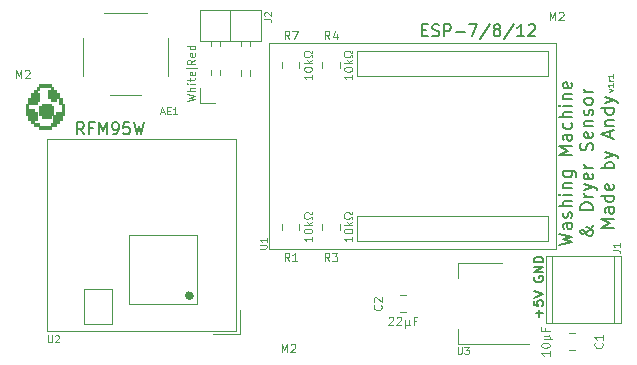
<source format=gto>
G04 #@! TF.GenerationSoftware,KiCad,Pcbnew,(6.0.2)*
G04 #@! TF.CreationDate,2022-09-28T01:28:21+02:00*
G04 #@! TF.ProjectId,Washing-Machine-Sensor,57617368-696e-4672-9d4d-616368696e65,rev?*
G04 #@! TF.SameCoordinates,Original*
G04 #@! TF.FileFunction,Legend,Top*
G04 #@! TF.FilePolarity,Positive*
%FSLAX46Y46*%
G04 Gerber Fmt 4.6, Leading zero omitted, Abs format (unit mm)*
G04 Created by KiCad (PCBNEW (6.0.2)) date 2022-09-28 01:28:21*
%MOMM*%
%LPD*%
G01*
G04 APERTURE LIST*
%ADD10C,0.120000*%
%ADD11C,0.100000*%
%ADD12C,0.360000*%
%ADD13C,0.150000*%
%ADD14C,0.200000*%
%ADD15C,0.010000*%
G04 APERTURE END LIST*
D10*
X161800000Y-109300000D02*
X167600000Y-109300000D01*
X167600000Y-109300000D02*
X167600000Y-115100000D01*
X167600000Y-115100000D02*
X161800000Y-115100000D01*
X161800000Y-115100000D02*
X161800000Y-109300000D01*
X158000000Y-113900000D02*
X160400000Y-113900000D01*
X160400000Y-113900000D02*
X160400000Y-116800000D01*
X160400000Y-116800000D02*
X158000000Y-116800000D01*
X158000000Y-116800000D02*
X158000000Y-113900000D01*
D11*
X167204628Y-114400000D02*
X167186257Y-114295811D01*
X167186257Y-114295811D02*
X167133359Y-114204189D01*
X167133359Y-114204189D02*
X167052314Y-114136184D01*
X167052314Y-114136184D02*
X166952898Y-114100000D01*
X166952898Y-114100000D02*
X166847102Y-114100000D01*
X166847102Y-114100000D02*
X166747686Y-114136184D01*
X166747686Y-114136184D02*
X166666641Y-114204189D01*
X166666641Y-114204189D02*
X166613743Y-114295811D01*
X166613743Y-114295811D02*
X166595372Y-114400000D01*
X166595372Y-114400000D02*
X166613743Y-114504189D01*
X166613743Y-114504189D02*
X166666641Y-114595811D01*
X166666641Y-114595811D02*
X166747686Y-114663816D01*
X166747686Y-114663816D02*
X166847102Y-114700000D01*
X166847102Y-114700000D02*
X166952898Y-114700000D01*
X166952898Y-114700000D02*
X167052314Y-114663816D01*
X167052314Y-114663816D02*
X167133359Y-114595811D01*
X167133359Y-114595811D02*
X167186257Y-114504189D01*
X167186257Y-114504189D02*
X167204628Y-114400000D01*
D12*
X167080000Y-114400000D02*
G75*
G03*
X167080000Y-114400000I-180000J0D01*
G01*
D10*
X167600000Y-95150000D02*
X166650000Y-95150000D01*
D13*
X196100000Y-112809523D02*
X196061904Y-112885714D01*
X196061904Y-113000000D01*
X196100000Y-113114285D01*
X196176190Y-113190476D01*
X196252380Y-113228571D01*
X196404761Y-113266666D01*
X196519047Y-113266666D01*
X196671428Y-113228571D01*
X196747619Y-113190476D01*
X196823809Y-113114285D01*
X196861904Y-113000000D01*
X196861904Y-112923809D01*
X196823809Y-112809523D01*
X196785714Y-112771428D01*
X196519047Y-112771428D01*
X196519047Y-112923809D01*
X196861904Y-112428571D02*
X196061904Y-112428571D01*
X196861904Y-111971428D01*
X196061904Y-111971428D01*
X196861904Y-111590476D02*
X196061904Y-111590476D01*
X196061904Y-111400000D01*
X196100000Y-111285714D01*
X196176190Y-111209523D01*
X196252380Y-111171428D01*
X196404761Y-111133333D01*
X196519047Y-111133333D01*
X196671428Y-111171428D01*
X196747619Y-111209523D01*
X196823809Y-111285714D01*
X196861904Y-111400000D01*
X196861904Y-111590476D01*
D10*
X166716666Y-97983333D02*
X167416666Y-97816666D01*
X166916666Y-97683333D01*
X167416666Y-97550000D01*
X166716666Y-97383333D01*
X167416666Y-97116666D02*
X166716666Y-97116666D01*
X167416666Y-96816666D02*
X167050000Y-96816666D01*
X166983333Y-96850000D01*
X166950000Y-96916666D01*
X166950000Y-97016666D01*
X166983333Y-97083333D01*
X167016666Y-97116666D01*
X167416666Y-96483333D02*
X166950000Y-96483333D01*
X166716666Y-96483333D02*
X166750000Y-96516666D01*
X166783333Y-96483333D01*
X166750000Y-96450000D01*
X166716666Y-96483333D01*
X166783333Y-96483333D01*
X166950000Y-96250000D02*
X166950000Y-95983333D01*
X166716666Y-96150000D02*
X167316666Y-96150000D01*
X167383333Y-96116666D01*
X167416666Y-96050000D01*
X167416666Y-95983333D01*
X167383333Y-95483333D02*
X167416666Y-95550000D01*
X167416666Y-95683333D01*
X167383333Y-95750000D01*
X167316666Y-95783333D01*
X167050000Y-95783333D01*
X166983333Y-95750000D01*
X166950000Y-95683333D01*
X166950000Y-95550000D01*
X166983333Y-95483333D01*
X167050000Y-95450000D01*
X167116666Y-95450000D01*
X167183333Y-95783333D01*
D13*
X196557142Y-116228571D02*
X196557142Y-115619047D01*
X196861904Y-115923809D02*
X196252380Y-115923809D01*
X196061904Y-114857142D02*
X196061904Y-115238095D01*
X196442857Y-115276190D01*
X196404761Y-115238095D01*
X196366666Y-115161904D01*
X196366666Y-114971428D01*
X196404761Y-114895238D01*
X196442857Y-114857142D01*
X196519047Y-114819047D01*
X196709523Y-114819047D01*
X196785714Y-114857142D01*
X196823809Y-114895238D01*
X196861904Y-114971428D01*
X196861904Y-115161904D01*
X196823809Y-115238095D01*
X196785714Y-115276190D01*
X196061904Y-114590476D02*
X196861904Y-114323809D01*
X196061904Y-114057142D01*
D14*
X198226619Y-110114285D02*
X199326619Y-109852380D01*
X198540904Y-109642857D01*
X199326619Y-109433333D01*
X198226619Y-109171428D01*
X199326619Y-108280952D02*
X198750428Y-108280952D01*
X198645666Y-108333333D01*
X198593285Y-108438095D01*
X198593285Y-108647619D01*
X198645666Y-108752380D01*
X199274238Y-108280952D02*
X199326619Y-108385714D01*
X199326619Y-108647619D01*
X199274238Y-108752380D01*
X199169476Y-108804761D01*
X199064714Y-108804761D01*
X198959952Y-108752380D01*
X198907571Y-108647619D01*
X198907571Y-108385714D01*
X198855190Y-108280952D01*
X199274238Y-107809523D02*
X199326619Y-107704761D01*
X199326619Y-107495238D01*
X199274238Y-107390476D01*
X199169476Y-107338095D01*
X199117095Y-107338095D01*
X199012333Y-107390476D01*
X198959952Y-107495238D01*
X198959952Y-107652380D01*
X198907571Y-107757142D01*
X198802809Y-107809523D01*
X198750428Y-107809523D01*
X198645666Y-107757142D01*
X198593285Y-107652380D01*
X198593285Y-107495238D01*
X198645666Y-107390476D01*
X199326619Y-106866666D02*
X198226619Y-106866666D01*
X199326619Y-106395238D02*
X198750428Y-106395238D01*
X198645666Y-106447619D01*
X198593285Y-106552380D01*
X198593285Y-106709523D01*
X198645666Y-106814285D01*
X198698047Y-106866666D01*
X199326619Y-105871428D02*
X198593285Y-105871428D01*
X198226619Y-105871428D02*
X198279000Y-105923809D01*
X198331380Y-105871428D01*
X198279000Y-105819047D01*
X198226619Y-105871428D01*
X198331380Y-105871428D01*
X198593285Y-105347619D02*
X199326619Y-105347619D01*
X198698047Y-105347619D02*
X198645666Y-105295238D01*
X198593285Y-105190476D01*
X198593285Y-105033333D01*
X198645666Y-104928571D01*
X198750428Y-104876190D01*
X199326619Y-104876190D01*
X198593285Y-103880952D02*
X199483761Y-103880952D01*
X199588523Y-103933333D01*
X199640904Y-103985714D01*
X199693285Y-104090476D01*
X199693285Y-104247619D01*
X199640904Y-104352380D01*
X199274238Y-103880952D02*
X199326619Y-103985714D01*
X199326619Y-104195238D01*
X199274238Y-104300000D01*
X199221857Y-104352380D01*
X199117095Y-104404761D01*
X198802809Y-104404761D01*
X198698047Y-104352380D01*
X198645666Y-104300000D01*
X198593285Y-104195238D01*
X198593285Y-103985714D01*
X198645666Y-103880952D01*
X199326619Y-102519047D02*
X198226619Y-102519047D01*
X199012333Y-102152380D01*
X198226619Y-101785714D01*
X199326619Y-101785714D01*
X199326619Y-100790476D02*
X198750428Y-100790476D01*
X198645666Y-100842857D01*
X198593285Y-100947619D01*
X198593285Y-101157142D01*
X198645666Y-101261904D01*
X199274238Y-100790476D02*
X199326619Y-100895238D01*
X199326619Y-101157142D01*
X199274238Y-101261904D01*
X199169476Y-101314285D01*
X199064714Y-101314285D01*
X198959952Y-101261904D01*
X198907571Y-101157142D01*
X198907571Y-100895238D01*
X198855190Y-100790476D01*
X199274238Y-99795238D02*
X199326619Y-99900000D01*
X199326619Y-100109523D01*
X199274238Y-100214285D01*
X199221857Y-100266666D01*
X199117095Y-100319047D01*
X198802809Y-100319047D01*
X198698047Y-100266666D01*
X198645666Y-100214285D01*
X198593285Y-100109523D01*
X198593285Y-99900000D01*
X198645666Y-99795238D01*
X199326619Y-99323809D02*
X198226619Y-99323809D01*
X199326619Y-98852380D02*
X198750428Y-98852380D01*
X198645666Y-98904761D01*
X198593285Y-99009523D01*
X198593285Y-99166666D01*
X198645666Y-99271428D01*
X198698047Y-99323809D01*
X199326619Y-98328571D02*
X198593285Y-98328571D01*
X198226619Y-98328571D02*
X198279000Y-98380952D01*
X198331380Y-98328571D01*
X198279000Y-98276190D01*
X198226619Y-98328571D01*
X198331380Y-98328571D01*
X198593285Y-97804761D02*
X199326619Y-97804761D01*
X198698047Y-97804761D02*
X198645666Y-97752380D01*
X198593285Y-97647619D01*
X198593285Y-97490476D01*
X198645666Y-97385714D01*
X198750428Y-97333333D01*
X199326619Y-97333333D01*
X199274238Y-96390476D02*
X199326619Y-96495238D01*
X199326619Y-96704761D01*
X199274238Y-96809523D01*
X199169476Y-96861904D01*
X198750428Y-96861904D01*
X198645666Y-96809523D01*
X198593285Y-96704761D01*
X198593285Y-96495238D01*
X198645666Y-96390476D01*
X198750428Y-96338095D01*
X198855190Y-96338095D01*
X198959952Y-96861904D01*
X201097619Y-108464285D02*
X201097619Y-108516666D01*
X201045238Y-108621428D01*
X200888095Y-108778571D01*
X200573809Y-109040476D01*
X200416666Y-109145238D01*
X200259523Y-109197619D01*
X200154761Y-109197619D01*
X200050000Y-109145238D01*
X199997619Y-109040476D01*
X199997619Y-108988095D01*
X200050000Y-108883333D01*
X200154761Y-108830952D01*
X200207142Y-108830952D01*
X200311904Y-108883333D01*
X200364285Y-108935714D01*
X200573809Y-109250000D01*
X200626190Y-109302380D01*
X200730952Y-109354761D01*
X200888095Y-109354761D01*
X200992857Y-109302380D01*
X201045238Y-109250000D01*
X201097619Y-109145238D01*
X201097619Y-108988095D01*
X201045238Y-108883333D01*
X200992857Y-108830952D01*
X200783333Y-108673809D01*
X200626190Y-108621428D01*
X200521428Y-108621428D01*
X201097619Y-107154761D02*
X199997619Y-107154761D01*
X199997619Y-106892857D01*
X200050000Y-106735714D01*
X200154761Y-106630952D01*
X200259523Y-106578571D01*
X200469047Y-106526190D01*
X200626190Y-106526190D01*
X200835714Y-106578571D01*
X200940476Y-106630952D01*
X201045238Y-106735714D01*
X201097619Y-106892857D01*
X201097619Y-107154761D01*
X201097619Y-106054761D02*
X200364285Y-106054761D01*
X200573809Y-106054761D02*
X200469047Y-106002380D01*
X200416666Y-105950000D01*
X200364285Y-105845238D01*
X200364285Y-105740476D01*
X200364285Y-105478571D02*
X201097619Y-105216666D01*
X200364285Y-104954761D02*
X201097619Y-105216666D01*
X201359523Y-105321428D01*
X201411904Y-105373809D01*
X201464285Y-105478571D01*
X201045238Y-104116666D02*
X201097619Y-104221428D01*
X201097619Y-104430952D01*
X201045238Y-104535714D01*
X200940476Y-104588095D01*
X200521428Y-104588095D01*
X200416666Y-104535714D01*
X200364285Y-104430952D01*
X200364285Y-104221428D01*
X200416666Y-104116666D01*
X200521428Y-104064285D01*
X200626190Y-104064285D01*
X200730952Y-104588095D01*
X201097619Y-103592857D02*
X200364285Y-103592857D01*
X200573809Y-103592857D02*
X200469047Y-103540476D01*
X200416666Y-103488095D01*
X200364285Y-103383333D01*
X200364285Y-103278571D01*
X201045238Y-102126190D02*
X201097619Y-101969047D01*
X201097619Y-101707142D01*
X201045238Y-101602380D01*
X200992857Y-101550000D01*
X200888095Y-101497619D01*
X200783333Y-101497619D01*
X200678571Y-101550000D01*
X200626190Y-101602380D01*
X200573809Y-101707142D01*
X200521428Y-101916666D01*
X200469047Y-102021428D01*
X200416666Y-102073809D01*
X200311904Y-102126190D01*
X200207142Y-102126190D01*
X200102380Y-102073809D01*
X200050000Y-102021428D01*
X199997619Y-101916666D01*
X199997619Y-101654761D01*
X200050000Y-101497619D01*
X201045238Y-100607142D02*
X201097619Y-100711904D01*
X201097619Y-100921428D01*
X201045238Y-101026190D01*
X200940476Y-101078571D01*
X200521428Y-101078571D01*
X200416666Y-101026190D01*
X200364285Y-100921428D01*
X200364285Y-100711904D01*
X200416666Y-100607142D01*
X200521428Y-100554761D01*
X200626190Y-100554761D01*
X200730952Y-101078571D01*
X200364285Y-100083333D02*
X201097619Y-100083333D01*
X200469047Y-100083333D02*
X200416666Y-100030952D01*
X200364285Y-99926190D01*
X200364285Y-99769047D01*
X200416666Y-99664285D01*
X200521428Y-99611904D01*
X201097619Y-99611904D01*
X201045238Y-99140476D02*
X201097619Y-99035714D01*
X201097619Y-98826190D01*
X201045238Y-98721428D01*
X200940476Y-98669047D01*
X200888095Y-98669047D01*
X200783333Y-98721428D01*
X200730952Y-98826190D01*
X200730952Y-98983333D01*
X200678571Y-99088095D01*
X200573809Y-99140476D01*
X200521428Y-99140476D01*
X200416666Y-99088095D01*
X200364285Y-98983333D01*
X200364285Y-98826190D01*
X200416666Y-98721428D01*
X201097619Y-98040476D02*
X201045238Y-98145238D01*
X200992857Y-98197619D01*
X200888095Y-98250000D01*
X200573809Y-98250000D01*
X200469047Y-98197619D01*
X200416666Y-98145238D01*
X200364285Y-98040476D01*
X200364285Y-97883333D01*
X200416666Y-97778571D01*
X200469047Y-97726190D01*
X200573809Y-97673809D01*
X200888095Y-97673809D01*
X200992857Y-97726190D01*
X201045238Y-97778571D01*
X201097619Y-97883333D01*
X201097619Y-98040476D01*
X201097619Y-97202380D02*
X200364285Y-97202380D01*
X200573809Y-97202380D02*
X200469047Y-97150000D01*
X200416666Y-97097619D01*
X200364285Y-96992857D01*
X200364285Y-96888095D01*
X202868619Y-108673809D02*
X201768619Y-108673809D01*
X202554333Y-108307142D01*
X201768619Y-107940476D01*
X202868619Y-107940476D01*
X202868619Y-106945238D02*
X202292428Y-106945238D01*
X202187666Y-106997619D01*
X202135285Y-107102380D01*
X202135285Y-107311904D01*
X202187666Y-107416666D01*
X202816238Y-106945238D02*
X202868619Y-107050000D01*
X202868619Y-107311904D01*
X202816238Y-107416666D01*
X202711476Y-107469047D01*
X202606714Y-107469047D01*
X202501952Y-107416666D01*
X202449571Y-107311904D01*
X202449571Y-107050000D01*
X202397190Y-106945238D01*
X202868619Y-105950000D02*
X201768619Y-105950000D01*
X202816238Y-105950000D02*
X202868619Y-106054761D01*
X202868619Y-106264285D01*
X202816238Y-106369047D01*
X202763857Y-106421428D01*
X202659095Y-106473809D01*
X202344809Y-106473809D01*
X202240047Y-106421428D01*
X202187666Y-106369047D01*
X202135285Y-106264285D01*
X202135285Y-106054761D01*
X202187666Y-105950000D01*
X202816238Y-105007142D02*
X202868619Y-105111904D01*
X202868619Y-105321428D01*
X202816238Y-105426190D01*
X202711476Y-105478571D01*
X202292428Y-105478571D01*
X202187666Y-105426190D01*
X202135285Y-105321428D01*
X202135285Y-105111904D01*
X202187666Y-105007142D01*
X202292428Y-104954761D01*
X202397190Y-104954761D01*
X202501952Y-105478571D01*
X202868619Y-103645238D02*
X201768619Y-103645238D01*
X202187666Y-103645238D02*
X202135285Y-103540476D01*
X202135285Y-103330952D01*
X202187666Y-103226190D01*
X202240047Y-103173809D01*
X202344809Y-103121428D01*
X202659095Y-103121428D01*
X202763857Y-103173809D01*
X202816238Y-103226190D01*
X202868619Y-103330952D01*
X202868619Y-103540476D01*
X202816238Y-103645238D01*
X202135285Y-102754761D02*
X202868619Y-102492857D01*
X202135285Y-102230952D02*
X202868619Y-102492857D01*
X203130523Y-102597619D01*
X203182904Y-102650000D01*
X203235285Y-102754761D01*
X202554333Y-101026190D02*
X202554333Y-100502380D01*
X202868619Y-101130952D02*
X201768619Y-100764285D01*
X202868619Y-100397619D01*
X202135285Y-100030952D02*
X202868619Y-100030952D01*
X202240047Y-100030952D02*
X202187666Y-99978571D01*
X202135285Y-99873809D01*
X202135285Y-99716666D01*
X202187666Y-99611904D01*
X202292428Y-99559523D01*
X202868619Y-99559523D01*
X202868619Y-98564285D02*
X201768619Y-98564285D01*
X202816238Y-98564285D02*
X202868619Y-98669047D01*
X202868619Y-98878571D01*
X202816238Y-98983333D01*
X202763857Y-99035714D01*
X202659095Y-99088095D01*
X202344809Y-99088095D01*
X202240047Y-99035714D01*
X202187666Y-98983333D01*
X202135285Y-98878571D01*
X202135285Y-98669047D01*
X202187666Y-98564285D01*
X202135285Y-98145238D02*
X202868619Y-97883333D01*
X202135285Y-97621428D02*
X202868619Y-97883333D01*
X203130523Y-97988095D01*
X203182904Y-98040476D01*
X203235285Y-98145238D01*
D10*
X167416666Y-94450000D02*
X167083333Y-94683333D01*
X167416666Y-94850000D02*
X166716666Y-94850000D01*
X166716666Y-94583333D01*
X166750000Y-94516666D01*
X166783333Y-94483333D01*
X166850000Y-94450000D01*
X166950000Y-94450000D01*
X167016666Y-94483333D01*
X167050000Y-94516666D01*
X167083333Y-94583333D01*
X167083333Y-94850000D01*
X167383333Y-93883333D02*
X167416666Y-93950000D01*
X167416666Y-94083333D01*
X167383333Y-94150000D01*
X167316666Y-94183333D01*
X167050000Y-94183333D01*
X166983333Y-94150000D01*
X166950000Y-94083333D01*
X166950000Y-93950000D01*
X166983333Y-93883333D01*
X167050000Y-93850000D01*
X167116666Y-93850000D01*
X167183333Y-94183333D01*
X167416666Y-93250000D02*
X166716666Y-93250000D01*
X167383333Y-93250000D02*
X167416666Y-93316666D01*
X167416666Y-93450000D01*
X167383333Y-93516666D01*
X167350000Y-93550000D01*
X167283333Y-93583333D01*
X167083333Y-93583333D01*
X167016666Y-93550000D01*
X166983333Y-93516666D01*
X166950000Y-93450000D01*
X166950000Y-93316666D01*
X166983333Y-93250000D01*
D11*
X202492857Y-97150000D02*
X202826190Y-97030952D01*
X202492857Y-96911904D01*
X202826190Y-96459523D02*
X202826190Y-96745238D01*
X202826190Y-96602380D02*
X202326190Y-96602380D01*
X202397619Y-96650000D01*
X202445238Y-96697619D01*
X202469047Y-96745238D01*
X202826190Y-96245238D02*
X202492857Y-96245238D01*
X202588095Y-96245238D02*
X202540476Y-96221428D01*
X202516666Y-96197619D01*
X202492857Y-96150000D01*
X202492857Y-96102380D01*
X202826190Y-95673809D02*
X202826190Y-95959523D01*
X202826190Y-95816666D02*
X202326190Y-95816666D01*
X202397619Y-95864285D01*
X202445238Y-95911904D01*
X202469047Y-95959523D01*
D10*
X172871428Y-110457142D02*
X173357142Y-110457142D01*
X173414285Y-110428571D01*
X173442857Y-110400000D01*
X173471428Y-110342857D01*
X173471428Y-110228571D01*
X173442857Y-110171428D01*
X173414285Y-110142857D01*
X173357142Y-110114285D01*
X172871428Y-110114285D01*
X173471428Y-109514285D02*
X173471428Y-109857142D01*
X173471428Y-109685714D02*
X172871428Y-109685714D01*
X172957142Y-109742857D01*
X173014285Y-109800000D01*
X173042857Y-109857142D01*
D14*
X186638095Y-91928571D02*
X186971428Y-91928571D01*
X187114285Y-92452380D02*
X186638095Y-92452380D01*
X186638095Y-91452380D01*
X187114285Y-91452380D01*
X187495238Y-92404761D02*
X187638095Y-92452380D01*
X187876190Y-92452380D01*
X187971428Y-92404761D01*
X188019047Y-92357142D01*
X188066666Y-92261904D01*
X188066666Y-92166666D01*
X188019047Y-92071428D01*
X187971428Y-92023809D01*
X187876190Y-91976190D01*
X187685714Y-91928571D01*
X187590476Y-91880952D01*
X187542857Y-91833333D01*
X187495238Y-91738095D01*
X187495238Y-91642857D01*
X187542857Y-91547619D01*
X187590476Y-91500000D01*
X187685714Y-91452380D01*
X187923809Y-91452380D01*
X188066666Y-91500000D01*
X188495238Y-92452380D02*
X188495238Y-91452380D01*
X188876190Y-91452380D01*
X188971428Y-91500000D01*
X189019047Y-91547619D01*
X189066666Y-91642857D01*
X189066666Y-91785714D01*
X189019047Y-91880952D01*
X188971428Y-91928571D01*
X188876190Y-91976190D01*
X188495238Y-91976190D01*
X189495238Y-92071428D02*
X190257142Y-92071428D01*
X190638095Y-91452380D02*
X191304761Y-91452380D01*
X190876190Y-92452380D01*
X192400000Y-91404761D02*
X191542857Y-92690476D01*
X192876190Y-91880952D02*
X192780952Y-91833333D01*
X192733333Y-91785714D01*
X192685714Y-91690476D01*
X192685714Y-91642857D01*
X192733333Y-91547619D01*
X192780952Y-91500000D01*
X192876190Y-91452380D01*
X193066666Y-91452380D01*
X193161904Y-91500000D01*
X193209523Y-91547619D01*
X193257142Y-91642857D01*
X193257142Y-91690476D01*
X193209523Y-91785714D01*
X193161904Y-91833333D01*
X193066666Y-91880952D01*
X192876190Y-91880952D01*
X192780952Y-91928571D01*
X192733333Y-91976190D01*
X192685714Y-92071428D01*
X192685714Y-92261904D01*
X192733333Y-92357142D01*
X192780952Y-92404761D01*
X192876190Y-92452380D01*
X193066666Y-92452380D01*
X193161904Y-92404761D01*
X193209523Y-92357142D01*
X193257142Y-92261904D01*
X193257142Y-92071428D01*
X193209523Y-91976190D01*
X193161904Y-91928571D01*
X193066666Y-91880952D01*
X194400000Y-91404761D02*
X193542857Y-92690476D01*
X195257142Y-92452380D02*
X194685714Y-92452380D01*
X194971428Y-92452380D02*
X194971428Y-91452380D01*
X194876190Y-91595238D01*
X194780952Y-91690476D01*
X194685714Y-91738095D01*
X195638095Y-91547619D02*
X195685714Y-91500000D01*
X195780952Y-91452380D01*
X196019047Y-91452380D01*
X196114285Y-91500000D01*
X196161904Y-91547619D01*
X196209523Y-91642857D01*
X196209523Y-91738095D01*
X196161904Y-91880952D01*
X195590476Y-92452380D01*
X196209523Y-92452380D01*
D10*
X201850000Y-118416666D02*
X201883333Y-118450000D01*
X201916666Y-118550000D01*
X201916666Y-118616666D01*
X201883333Y-118716666D01*
X201816666Y-118783333D01*
X201750000Y-118816666D01*
X201616666Y-118850000D01*
X201516666Y-118850000D01*
X201383333Y-118816666D01*
X201316666Y-118783333D01*
X201250000Y-118716666D01*
X201216666Y-118616666D01*
X201216666Y-118550000D01*
X201250000Y-118450000D01*
X201283333Y-118416666D01*
X201916666Y-117750000D02*
X201916666Y-118150000D01*
X201916666Y-117950000D02*
X201216666Y-117950000D01*
X201316666Y-118016666D01*
X201383333Y-118083333D01*
X201416666Y-118150000D01*
X197416666Y-119100000D02*
X197416666Y-119500000D01*
X197416666Y-119300000D02*
X196716666Y-119300000D01*
X196816666Y-119366666D01*
X196883333Y-119433333D01*
X196916666Y-119500000D01*
X196716666Y-118666666D02*
X196716666Y-118600000D01*
X196750000Y-118533333D01*
X196783333Y-118500000D01*
X196850000Y-118466666D01*
X196983333Y-118433333D01*
X197150000Y-118433333D01*
X197283333Y-118466666D01*
X197350000Y-118500000D01*
X197383333Y-118533333D01*
X197416666Y-118600000D01*
X197416666Y-118666666D01*
X197383333Y-118733333D01*
X197350000Y-118766666D01*
X197283333Y-118800000D01*
X197150000Y-118833333D01*
X196983333Y-118833333D01*
X196850000Y-118800000D01*
X196783333Y-118766666D01*
X196750000Y-118733333D01*
X196716666Y-118666666D01*
X196950000Y-118133333D02*
X197650000Y-118133333D01*
X197316666Y-117800000D02*
X197383333Y-117766666D01*
X197416666Y-117700000D01*
X197316666Y-118133333D02*
X197383333Y-118100000D01*
X197416666Y-118033333D01*
X197416666Y-117900000D01*
X197383333Y-117833333D01*
X197316666Y-117800000D01*
X196950000Y-117800000D01*
X197050000Y-117166666D02*
X197050000Y-117400000D01*
X197416666Y-117400000D02*
X196716666Y-117400000D01*
X196716666Y-117066666D01*
X175383333Y-111516666D02*
X175150000Y-111183333D01*
X174983333Y-111516666D02*
X174983333Y-110816666D01*
X175250000Y-110816666D01*
X175316666Y-110850000D01*
X175350000Y-110883333D01*
X175383333Y-110950000D01*
X175383333Y-111050000D01*
X175350000Y-111116666D01*
X175316666Y-111150000D01*
X175250000Y-111183333D01*
X174983333Y-111183333D01*
X176050000Y-111516666D02*
X175650000Y-111516666D01*
X175850000Y-111516666D02*
X175850000Y-110816666D01*
X175783333Y-110916666D01*
X175716666Y-110983333D01*
X175650000Y-111016666D01*
X177316666Y-109416666D02*
X177316666Y-109816666D01*
X177316666Y-109616666D02*
X176616666Y-109616666D01*
X176716666Y-109683333D01*
X176783333Y-109750000D01*
X176816666Y-109816666D01*
X176616666Y-108983333D02*
X176616666Y-108916666D01*
X176650000Y-108850000D01*
X176683333Y-108816666D01*
X176750000Y-108783333D01*
X176883333Y-108750000D01*
X177050000Y-108750000D01*
X177183333Y-108783333D01*
X177250000Y-108816666D01*
X177283333Y-108850000D01*
X177316666Y-108916666D01*
X177316666Y-108983333D01*
X177283333Y-109050000D01*
X177250000Y-109083333D01*
X177183333Y-109116666D01*
X177050000Y-109150000D01*
X176883333Y-109150000D01*
X176750000Y-109116666D01*
X176683333Y-109083333D01*
X176650000Y-109050000D01*
X176616666Y-108983333D01*
X177316666Y-108450000D02*
X176616666Y-108450000D01*
X177050000Y-108383333D02*
X177316666Y-108183333D01*
X176850000Y-108183333D02*
X177116666Y-108450000D01*
X177316666Y-107916666D02*
X177316666Y-107750000D01*
X177183333Y-107750000D01*
X177150000Y-107816666D01*
X177083333Y-107883333D01*
X176983333Y-107916666D01*
X176816666Y-107916666D01*
X176716666Y-107883333D01*
X176650000Y-107816666D01*
X176616666Y-107716666D01*
X176616666Y-107583333D01*
X176650000Y-107483333D01*
X176716666Y-107416666D01*
X176816666Y-107383333D01*
X176983333Y-107383333D01*
X177083333Y-107416666D01*
X177150000Y-107483333D01*
X177183333Y-107550000D01*
X177316666Y-107550000D01*
X177316666Y-107383333D01*
D11*
X202771428Y-110600000D02*
X203200000Y-110600000D01*
X203285714Y-110628571D01*
X203342857Y-110685714D01*
X203371428Y-110771428D01*
X203371428Y-110828571D01*
X203371428Y-110000000D02*
X203371428Y-110342857D01*
X203371428Y-110171428D02*
X202771428Y-110171428D01*
X202857142Y-110228571D01*
X202914285Y-110285714D01*
X202942857Y-110342857D01*
D10*
X178783333Y-111516666D02*
X178550000Y-111183333D01*
X178383333Y-111516666D02*
X178383333Y-110816666D01*
X178650000Y-110816666D01*
X178716666Y-110850000D01*
X178750000Y-110883333D01*
X178783333Y-110950000D01*
X178783333Y-111050000D01*
X178750000Y-111116666D01*
X178716666Y-111150000D01*
X178650000Y-111183333D01*
X178383333Y-111183333D01*
X179016666Y-110816666D02*
X179450000Y-110816666D01*
X179216666Y-111083333D01*
X179316666Y-111083333D01*
X179383333Y-111116666D01*
X179416666Y-111150000D01*
X179450000Y-111216666D01*
X179450000Y-111383333D01*
X179416666Y-111450000D01*
X179383333Y-111483333D01*
X179316666Y-111516666D01*
X179116666Y-111516666D01*
X179050000Y-111483333D01*
X179016666Y-111450000D01*
X180716666Y-109416666D02*
X180716666Y-109816666D01*
X180716666Y-109616666D02*
X180016666Y-109616666D01*
X180116666Y-109683333D01*
X180183333Y-109750000D01*
X180216666Y-109816666D01*
X180016666Y-108983333D02*
X180016666Y-108916666D01*
X180050000Y-108850000D01*
X180083333Y-108816666D01*
X180150000Y-108783333D01*
X180283333Y-108750000D01*
X180450000Y-108750000D01*
X180583333Y-108783333D01*
X180650000Y-108816666D01*
X180683333Y-108850000D01*
X180716666Y-108916666D01*
X180716666Y-108983333D01*
X180683333Y-109050000D01*
X180650000Y-109083333D01*
X180583333Y-109116666D01*
X180450000Y-109150000D01*
X180283333Y-109150000D01*
X180150000Y-109116666D01*
X180083333Y-109083333D01*
X180050000Y-109050000D01*
X180016666Y-108983333D01*
X180716666Y-108450000D02*
X180016666Y-108450000D01*
X180450000Y-108383333D02*
X180716666Y-108183333D01*
X180250000Y-108183333D02*
X180516666Y-108450000D01*
X180716666Y-107916666D02*
X180716666Y-107750000D01*
X180583333Y-107750000D01*
X180550000Y-107816666D01*
X180483333Y-107883333D01*
X180383333Y-107916666D01*
X180216666Y-107916666D01*
X180116666Y-107883333D01*
X180050000Y-107816666D01*
X180016666Y-107716666D01*
X180016666Y-107583333D01*
X180050000Y-107483333D01*
X180116666Y-107416666D01*
X180216666Y-107383333D01*
X180383333Y-107383333D01*
X180483333Y-107416666D01*
X180550000Y-107483333D01*
X180583333Y-107550000D01*
X180716666Y-107550000D01*
X180716666Y-107383333D01*
X152233333Y-96016666D02*
X152233333Y-95316666D01*
X152466666Y-95816666D01*
X152700000Y-95316666D01*
X152700000Y-96016666D01*
X153000000Y-95383333D02*
X153033333Y-95350000D01*
X153100000Y-95316666D01*
X153266666Y-95316666D01*
X153333333Y-95350000D01*
X153366666Y-95383333D01*
X153400000Y-95450000D01*
X153400000Y-95516666D01*
X153366666Y-95616666D01*
X152966666Y-96016666D01*
X153400000Y-96016666D01*
X174733333Y-119216666D02*
X174733333Y-118516666D01*
X174966666Y-119016666D01*
X175200000Y-118516666D01*
X175200000Y-119216666D01*
X175500000Y-118583333D02*
X175533333Y-118550000D01*
X175600000Y-118516666D01*
X175766666Y-118516666D01*
X175833333Y-118550000D01*
X175866666Y-118583333D01*
X175900000Y-118650000D01*
X175900000Y-118716666D01*
X175866666Y-118816666D01*
X175466666Y-119216666D01*
X175900000Y-119216666D01*
X175383333Y-92716666D02*
X175150000Y-92383333D01*
X174983333Y-92716666D02*
X174983333Y-92016666D01*
X175250000Y-92016666D01*
X175316666Y-92050000D01*
X175350000Y-92083333D01*
X175383333Y-92150000D01*
X175383333Y-92250000D01*
X175350000Y-92316666D01*
X175316666Y-92350000D01*
X175250000Y-92383333D01*
X174983333Y-92383333D01*
X175616666Y-92016666D02*
X176083333Y-92016666D01*
X175783333Y-92716666D01*
X177316666Y-95716666D02*
X177316666Y-96116666D01*
X177316666Y-95916666D02*
X176616666Y-95916666D01*
X176716666Y-95983333D01*
X176783333Y-96050000D01*
X176816666Y-96116666D01*
X176616666Y-95283333D02*
X176616666Y-95216666D01*
X176650000Y-95150000D01*
X176683333Y-95116666D01*
X176750000Y-95083333D01*
X176883333Y-95050000D01*
X177050000Y-95050000D01*
X177183333Y-95083333D01*
X177250000Y-95116666D01*
X177283333Y-95150000D01*
X177316666Y-95216666D01*
X177316666Y-95283333D01*
X177283333Y-95350000D01*
X177250000Y-95383333D01*
X177183333Y-95416666D01*
X177050000Y-95450000D01*
X176883333Y-95450000D01*
X176750000Y-95416666D01*
X176683333Y-95383333D01*
X176650000Y-95350000D01*
X176616666Y-95283333D01*
X177316666Y-94750000D02*
X176616666Y-94750000D01*
X177050000Y-94683333D02*
X177316666Y-94483333D01*
X176850000Y-94483333D02*
X177116666Y-94750000D01*
X177316666Y-94216666D02*
X177316666Y-94050000D01*
X177183333Y-94050000D01*
X177150000Y-94116666D01*
X177083333Y-94183333D01*
X176983333Y-94216666D01*
X176816666Y-94216666D01*
X176716666Y-94183333D01*
X176650000Y-94116666D01*
X176616666Y-94016666D01*
X176616666Y-93883333D01*
X176650000Y-93783333D01*
X176716666Y-93716666D01*
X176816666Y-93683333D01*
X176983333Y-93683333D01*
X177083333Y-93716666D01*
X177150000Y-93783333D01*
X177183333Y-93850000D01*
X177316666Y-93850000D01*
X177316666Y-93683333D01*
D11*
X154942857Y-117771428D02*
X154942857Y-118257142D01*
X154971428Y-118314285D01*
X155000000Y-118342857D01*
X155057142Y-118371428D01*
X155171428Y-118371428D01*
X155228571Y-118342857D01*
X155257142Y-118314285D01*
X155285714Y-118257142D01*
X155285714Y-117771428D01*
X155542857Y-117828571D02*
X155571428Y-117800000D01*
X155628571Y-117771428D01*
X155771428Y-117771428D01*
X155828571Y-117800000D01*
X155857142Y-117828571D01*
X155885714Y-117885714D01*
X155885714Y-117942857D01*
X155857142Y-118028571D01*
X155514285Y-118371428D01*
X155885714Y-118371428D01*
D14*
X157985714Y-100752380D02*
X157652380Y-100276190D01*
X157414285Y-100752380D02*
X157414285Y-99752380D01*
X157795238Y-99752380D01*
X157890476Y-99800000D01*
X157938095Y-99847619D01*
X157985714Y-99942857D01*
X157985714Y-100085714D01*
X157938095Y-100180952D01*
X157890476Y-100228571D01*
X157795238Y-100276190D01*
X157414285Y-100276190D01*
X158747619Y-100228571D02*
X158414285Y-100228571D01*
X158414285Y-100752380D02*
X158414285Y-99752380D01*
X158890476Y-99752380D01*
X159271428Y-100752380D02*
X159271428Y-99752380D01*
X159604761Y-100466666D01*
X159938095Y-99752380D01*
X159938095Y-100752380D01*
X160461904Y-100752380D02*
X160652380Y-100752380D01*
X160747619Y-100704761D01*
X160795238Y-100657142D01*
X160890476Y-100514285D01*
X160938095Y-100323809D01*
X160938095Y-99942857D01*
X160890476Y-99847619D01*
X160842857Y-99800000D01*
X160747619Y-99752380D01*
X160557142Y-99752380D01*
X160461904Y-99800000D01*
X160414285Y-99847619D01*
X160366666Y-99942857D01*
X160366666Y-100180952D01*
X160414285Y-100276190D01*
X160461904Y-100323809D01*
X160557142Y-100371428D01*
X160747619Y-100371428D01*
X160842857Y-100323809D01*
X160890476Y-100276190D01*
X160938095Y-100180952D01*
X161842857Y-99752380D02*
X161366666Y-99752380D01*
X161319047Y-100228571D01*
X161366666Y-100180952D01*
X161461904Y-100133333D01*
X161700000Y-100133333D01*
X161795238Y-100180952D01*
X161842857Y-100228571D01*
X161890476Y-100323809D01*
X161890476Y-100561904D01*
X161842857Y-100657142D01*
X161795238Y-100704761D01*
X161700000Y-100752380D01*
X161461904Y-100752380D01*
X161366666Y-100704761D01*
X161319047Y-100657142D01*
X162223809Y-99752380D02*
X162461904Y-100752380D01*
X162652380Y-100038095D01*
X162842857Y-100752380D01*
X163080952Y-99752380D01*
D11*
X189642857Y-118771428D02*
X189642857Y-119257142D01*
X189671428Y-119314285D01*
X189700000Y-119342857D01*
X189757142Y-119371428D01*
X189871428Y-119371428D01*
X189928571Y-119342857D01*
X189957142Y-119314285D01*
X189985714Y-119257142D01*
X189985714Y-118771428D01*
X190214285Y-118771428D02*
X190585714Y-118771428D01*
X190385714Y-119000000D01*
X190471428Y-119000000D01*
X190528571Y-119028571D01*
X190557142Y-119057142D01*
X190585714Y-119114285D01*
X190585714Y-119257142D01*
X190557142Y-119314285D01*
X190528571Y-119342857D01*
X190471428Y-119371428D01*
X190300000Y-119371428D01*
X190242857Y-119342857D01*
X190214285Y-119314285D01*
X164500000Y-98900000D02*
X164785714Y-98900000D01*
X164442857Y-99071428D02*
X164642857Y-98471428D01*
X164842857Y-99071428D01*
X165042857Y-98757142D02*
X165242857Y-98757142D01*
X165328571Y-99071428D02*
X165042857Y-99071428D01*
X165042857Y-98471428D01*
X165328571Y-98471428D01*
X165900000Y-99071428D02*
X165557142Y-99071428D01*
X165728571Y-99071428D02*
X165728571Y-98471428D01*
X165671428Y-98557142D01*
X165614285Y-98614285D01*
X165557142Y-98642857D01*
D10*
X183150000Y-115216666D02*
X183183333Y-115250000D01*
X183216666Y-115350000D01*
X183216666Y-115416666D01*
X183183333Y-115516666D01*
X183116666Y-115583333D01*
X183050000Y-115616666D01*
X182916666Y-115650000D01*
X182816666Y-115650000D01*
X182683333Y-115616666D01*
X182616666Y-115583333D01*
X182550000Y-115516666D01*
X182516666Y-115416666D01*
X182516666Y-115350000D01*
X182550000Y-115250000D01*
X182583333Y-115216666D01*
X182583333Y-114950000D02*
X182550000Y-114916666D01*
X182516666Y-114850000D01*
X182516666Y-114683333D01*
X182550000Y-114616666D01*
X182583333Y-114583333D01*
X182650000Y-114550000D01*
X182716666Y-114550000D01*
X182816666Y-114583333D01*
X183216666Y-114983333D01*
X183216666Y-114550000D01*
X183800000Y-116283333D02*
X183833333Y-116250000D01*
X183900000Y-116216666D01*
X184066666Y-116216666D01*
X184133333Y-116250000D01*
X184166666Y-116283333D01*
X184200000Y-116350000D01*
X184200000Y-116416666D01*
X184166666Y-116516666D01*
X183766666Y-116916666D01*
X184200000Y-116916666D01*
X184466666Y-116283333D02*
X184500000Y-116250000D01*
X184566666Y-116216666D01*
X184733333Y-116216666D01*
X184800000Y-116250000D01*
X184833333Y-116283333D01*
X184866666Y-116350000D01*
X184866666Y-116416666D01*
X184833333Y-116516666D01*
X184433333Y-116916666D01*
X184866666Y-116916666D01*
X185166666Y-116450000D02*
X185166666Y-117150000D01*
X185500000Y-116816666D02*
X185533333Y-116883333D01*
X185600000Y-116916666D01*
X185166666Y-116816666D02*
X185200000Y-116883333D01*
X185266666Y-116916666D01*
X185400000Y-116916666D01*
X185466666Y-116883333D01*
X185500000Y-116816666D01*
X185500000Y-116450000D01*
X186133333Y-116550000D02*
X185900000Y-116550000D01*
X185900000Y-116916666D02*
X185900000Y-116216666D01*
X186233333Y-116216666D01*
X197433333Y-91116666D02*
X197433333Y-90416666D01*
X197666666Y-90916666D01*
X197900000Y-90416666D01*
X197900000Y-91116666D01*
X198200000Y-90483333D02*
X198233333Y-90450000D01*
X198300000Y-90416666D01*
X198466666Y-90416666D01*
X198533333Y-90450000D01*
X198566666Y-90483333D01*
X198600000Y-90550000D01*
X198600000Y-90616666D01*
X198566666Y-90716666D01*
X198166666Y-91116666D01*
X198600000Y-91116666D01*
D11*
X173271428Y-91000000D02*
X173700000Y-91000000D01*
X173785714Y-91028571D01*
X173842857Y-91085714D01*
X173871428Y-91171428D01*
X173871428Y-91228571D01*
X173328571Y-90742857D02*
X173300000Y-90714285D01*
X173271428Y-90657142D01*
X173271428Y-90514285D01*
X173300000Y-90457142D01*
X173328571Y-90428571D01*
X173385714Y-90400000D01*
X173442857Y-90400000D01*
X173528571Y-90428571D01*
X173871428Y-90771428D01*
X173871428Y-90400000D01*
D10*
X178783333Y-92716666D02*
X178550000Y-92383333D01*
X178383333Y-92716666D02*
X178383333Y-92016666D01*
X178650000Y-92016666D01*
X178716666Y-92050000D01*
X178750000Y-92083333D01*
X178783333Y-92150000D01*
X178783333Y-92250000D01*
X178750000Y-92316666D01*
X178716666Y-92350000D01*
X178650000Y-92383333D01*
X178383333Y-92383333D01*
X179383333Y-92250000D02*
X179383333Y-92716666D01*
X179216666Y-91983333D02*
X179050000Y-92483333D01*
X179483333Y-92483333D01*
X180716666Y-95716666D02*
X180716666Y-96116666D01*
X180716666Y-95916666D02*
X180016666Y-95916666D01*
X180116666Y-95983333D01*
X180183333Y-96050000D01*
X180216666Y-96116666D01*
X180016666Y-95283333D02*
X180016666Y-95216666D01*
X180050000Y-95150000D01*
X180083333Y-95116666D01*
X180150000Y-95083333D01*
X180283333Y-95050000D01*
X180450000Y-95050000D01*
X180583333Y-95083333D01*
X180650000Y-95116666D01*
X180683333Y-95150000D01*
X180716666Y-95216666D01*
X180716666Y-95283333D01*
X180683333Y-95350000D01*
X180650000Y-95383333D01*
X180583333Y-95416666D01*
X180450000Y-95450000D01*
X180283333Y-95450000D01*
X180150000Y-95416666D01*
X180083333Y-95383333D01*
X180050000Y-95350000D01*
X180016666Y-95283333D01*
X180716666Y-94750000D02*
X180016666Y-94750000D01*
X180450000Y-94683333D02*
X180716666Y-94483333D01*
X180250000Y-94483333D02*
X180516666Y-94750000D01*
X180716666Y-94216666D02*
X180716666Y-94050000D01*
X180583333Y-94050000D01*
X180550000Y-94116666D01*
X180483333Y-94183333D01*
X180383333Y-94216666D01*
X180216666Y-94216666D01*
X180116666Y-94183333D01*
X180050000Y-94116666D01*
X180016666Y-94016666D01*
X180016666Y-93883333D01*
X180050000Y-93783333D01*
X180116666Y-93716666D01*
X180216666Y-93683333D01*
X180383333Y-93683333D01*
X180483333Y-93716666D01*
X180550000Y-93783333D01*
X180583333Y-93850000D01*
X180716666Y-93850000D01*
X180716666Y-93683333D01*
X181120500Y-95810000D02*
X197260000Y-95810000D01*
X197950000Y-93000000D02*
X173700000Y-93000000D01*
X173700000Y-93000000D02*
X173700000Y-110500000D01*
X197950000Y-110500000D02*
X173700000Y-110500000D01*
X181120500Y-107690000D02*
X197260000Y-107690000D01*
X197950000Y-93000000D02*
X197950000Y-110500000D01*
X181120500Y-109810000D02*
X181120500Y-107690000D01*
X181120500Y-109810000D02*
X197260000Y-109810000D01*
X181120500Y-95810000D02*
X181120500Y-93690000D01*
X197260000Y-109810000D02*
X197260000Y-107690000D01*
X197260000Y-95810000D02*
X197260000Y-93690000D01*
X181120500Y-93690000D02*
X197260000Y-93690000D01*
X199611252Y-117565000D02*
X199088748Y-117565000D01*
X199611252Y-119035000D02*
X199088748Y-119035000D01*
X174765000Y-108827064D02*
X174765000Y-108372936D01*
X176235000Y-108827064D02*
X176235000Y-108372936D01*
X202900000Y-116730000D02*
X202900000Y-111070000D01*
X203460000Y-116730000D02*
X203460000Y-111070000D01*
X197140000Y-116730000D02*
X197140000Y-111070000D01*
X197600000Y-116730000D02*
X197600000Y-111070000D01*
X197140000Y-111070000D02*
X203460000Y-111070000D01*
X197140000Y-116730000D02*
X203460000Y-116730000D01*
X179635000Y-108827064D02*
X179635000Y-108372936D01*
X178165000Y-108827064D02*
X178165000Y-108372936D01*
X176235000Y-94672936D02*
X176235000Y-95127064D01*
X174765000Y-94672936D02*
X174765000Y-95127064D01*
X170907500Y-117425000D02*
X154882500Y-117425000D01*
X170907500Y-101175000D02*
X170907500Y-117425000D01*
X154882500Y-117425000D02*
X154882500Y-101175000D01*
X171182500Y-117700000D02*
X168882500Y-117700000D01*
X154882500Y-101175000D02*
X170907500Y-101175000D01*
X171182500Y-115600000D02*
X171182500Y-117700000D01*
X189640000Y-111690000D02*
X189640000Y-112950000D01*
X189640000Y-118510000D02*
X189640000Y-117250000D01*
X193400000Y-111690000D02*
X189640000Y-111690000D01*
X195650000Y-118510000D02*
X189640000Y-118510000D01*
X159700000Y-90520000D02*
X163300000Y-90520000D01*
X165100000Y-92600000D02*
X165100000Y-95800000D01*
X157900000Y-92600000D02*
X157900000Y-95800000D01*
X160200000Y-97400000D02*
X162800000Y-97400000D01*
X185261252Y-114365000D02*
X184738748Y-114365000D01*
X185261252Y-115835000D02*
X184738748Y-115835000D01*
X171285000Y-95807071D02*
X171285000Y-95352929D01*
X167795000Y-90210000D02*
X167795000Y-92870000D01*
X172045000Y-95807071D02*
X172045000Y-95352929D01*
X168745000Y-95740000D02*
X168745000Y-95352929D01*
X168745000Y-93267071D02*
X168745000Y-92870000D01*
X169505000Y-93267071D02*
X169505000Y-92870000D01*
X169125000Y-98120000D02*
X167855000Y-98120000D01*
X167795000Y-92870000D02*
X172995000Y-92870000D01*
X169505000Y-95740000D02*
X169505000Y-95352929D01*
X172045000Y-93267071D02*
X172045000Y-92870000D01*
X172995000Y-90210000D02*
X167795000Y-90210000D01*
X167855000Y-98120000D02*
X167855000Y-96850000D01*
X171285000Y-93267071D02*
X171285000Y-92870000D01*
X170395000Y-92870000D02*
X170395000Y-90210000D01*
X172995000Y-92870000D02*
X172995000Y-90210000D01*
X178165000Y-95127064D02*
X178165000Y-94672936D01*
X179635000Y-95127064D02*
X179635000Y-94672936D01*
D15*
X154230100Y-100051000D02*
X153760200Y-100051000D01*
X153760200Y-100051000D02*
X153760200Y-99816050D01*
X153760200Y-99816050D02*
X154230100Y-99816050D01*
X154230100Y-99816050D02*
X154230100Y-100051000D01*
X154230100Y-100051000D02*
X154230100Y-100051000D01*
G36*
X154230100Y-100051000D02*
G01*
X153760200Y-100051000D01*
X153760200Y-99816050D01*
X154230100Y-99816050D01*
X154230100Y-100051000D01*
G37*
X154230100Y-100051000D02*
X153760200Y-100051000D01*
X153760200Y-99816050D01*
X154230100Y-99816050D01*
X154230100Y-100051000D01*
X155169900Y-96761700D02*
X154230100Y-96761700D01*
X154230100Y-96761700D02*
X154230100Y-96526750D01*
X154230100Y-96526750D02*
X155169900Y-96526750D01*
X155169900Y-96526750D02*
X155169900Y-96761700D01*
X155169900Y-96761700D02*
X155169900Y-96761700D01*
G36*
X155169900Y-96761700D02*
G01*
X154230100Y-96761700D01*
X154230100Y-96526750D01*
X155169900Y-96526750D01*
X155169900Y-96761700D01*
G37*
X155169900Y-96761700D02*
X154230100Y-96761700D01*
X154230100Y-96526750D01*
X155169900Y-96526750D01*
X155169900Y-96761700D01*
X155169900Y-100285950D02*
X154230100Y-100285950D01*
X154230100Y-100285950D02*
X154230100Y-100051000D01*
X154230100Y-100051000D02*
X155169900Y-100051000D01*
X155169900Y-100051000D02*
X155169900Y-100285950D01*
X155169900Y-100285950D02*
X155169900Y-100285950D01*
G36*
X155169900Y-100285950D02*
G01*
X154230100Y-100285950D01*
X154230100Y-100051000D01*
X155169900Y-100051000D01*
X155169900Y-100285950D01*
G37*
X155169900Y-100285950D02*
X154230100Y-100285950D01*
X154230100Y-100051000D01*
X155169900Y-100051000D01*
X155169900Y-100285950D01*
X153290300Y-98641300D02*
X153760200Y-98641300D01*
X153760200Y-98641300D02*
X153760200Y-98876250D01*
X153760200Y-98876250D02*
X153995150Y-98876250D01*
X153995150Y-98876250D02*
X153995150Y-99581100D01*
X153995150Y-99581100D02*
X153760200Y-99581100D01*
X153760200Y-99581100D02*
X153760200Y-99816050D01*
X153760200Y-99816050D02*
X153525250Y-99816050D01*
X153525250Y-99816050D02*
X153525250Y-99581100D01*
X153525250Y-99581100D02*
X153290300Y-99581100D01*
X153290300Y-99581100D02*
X153290300Y-99111200D01*
X153290300Y-99111200D02*
X153055350Y-99111200D01*
X153055350Y-99111200D02*
X153055350Y-98171400D01*
X153055350Y-98171400D02*
X153290300Y-98171400D01*
X153290300Y-98171400D02*
X153290300Y-98641300D01*
X153290300Y-98641300D02*
X153290300Y-98641300D01*
G36*
X153290300Y-98641300D02*
G01*
X153760200Y-98641300D01*
X153760200Y-98876250D01*
X153995150Y-98876250D01*
X153995150Y-99581100D01*
X153760200Y-99581100D01*
X153760200Y-99816050D01*
X153525250Y-99816050D01*
X153525250Y-99581100D01*
X153290300Y-99581100D01*
X153290300Y-99111200D01*
X153055350Y-99111200D01*
X153055350Y-98171400D01*
X153290300Y-98171400D01*
X153290300Y-98641300D01*
G37*
X153290300Y-98641300D02*
X153760200Y-98641300D01*
X153760200Y-98876250D01*
X153995150Y-98876250D01*
X153995150Y-99581100D01*
X153760200Y-99581100D01*
X153760200Y-99816050D01*
X153525250Y-99816050D01*
X153525250Y-99581100D01*
X153290300Y-99581100D01*
X153290300Y-99111200D01*
X153055350Y-99111200D01*
X153055350Y-98171400D01*
X153290300Y-98171400D01*
X153290300Y-98641300D01*
X155404850Y-96996650D02*
X155639800Y-96996650D01*
X155639800Y-96996650D02*
X155639800Y-97231600D01*
X155639800Y-97231600D02*
X155874750Y-97231600D01*
X155874750Y-97231600D02*
X155874750Y-97701500D01*
X155874750Y-97701500D02*
X155639800Y-97701500D01*
X155639800Y-97701500D02*
X155639800Y-97936450D01*
X155639800Y-97936450D02*
X155169900Y-97936450D01*
X155169900Y-97936450D02*
X155169900Y-97701500D01*
X155169900Y-97701500D02*
X154934950Y-97701500D01*
X154934950Y-97701500D02*
X154934950Y-96996650D01*
X154934950Y-96996650D02*
X155169900Y-96996650D01*
X155169900Y-96996650D02*
X155169900Y-96761700D01*
X155169900Y-96761700D02*
X155404850Y-96761700D01*
X155404850Y-96761700D02*
X155404850Y-96996650D01*
X155404850Y-96996650D02*
X155404850Y-96996650D01*
G36*
X155404850Y-96996650D02*
G01*
X155639800Y-96996650D01*
X155639800Y-97231600D01*
X155874750Y-97231600D01*
X155874750Y-97701500D01*
X155639800Y-97701500D01*
X155639800Y-97936450D01*
X155169900Y-97936450D01*
X155169900Y-97701500D01*
X154934950Y-97701500D01*
X154934950Y-96996650D01*
X155169900Y-96996650D01*
X155169900Y-96761700D01*
X155404850Y-96761700D01*
X155404850Y-96996650D01*
G37*
X155404850Y-96996650D02*
X155639800Y-96996650D01*
X155639800Y-97231600D01*
X155874750Y-97231600D01*
X155874750Y-97701500D01*
X155639800Y-97701500D01*
X155639800Y-97936450D01*
X155169900Y-97936450D01*
X155169900Y-97701500D01*
X154934950Y-97701500D01*
X154934950Y-96996650D01*
X155169900Y-96996650D01*
X155169900Y-96761700D01*
X155404850Y-96761700D01*
X155404850Y-96996650D01*
X153995150Y-97231600D02*
X154230100Y-97231600D01*
X154230100Y-97231600D02*
X154230100Y-97936450D01*
X154230100Y-97936450D02*
X153995150Y-97936450D01*
X153995150Y-97936450D02*
X153995150Y-98171400D01*
X153995150Y-98171400D02*
X153290300Y-98171400D01*
X153290300Y-98171400D02*
X153290300Y-97701500D01*
X153290300Y-97701500D02*
X153525250Y-97701500D01*
X153525250Y-97701500D02*
X153525250Y-97231600D01*
X153525250Y-97231600D02*
X153760200Y-97231600D01*
X153760200Y-97231600D02*
X153760200Y-96996650D01*
X153760200Y-96996650D02*
X153995150Y-96996650D01*
X153995150Y-96996650D02*
X153995150Y-97231600D01*
X153995150Y-97231600D02*
X153995150Y-97231600D01*
G36*
X153995150Y-97231600D02*
G01*
X154230100Y-97231600D01*
X154230100Y-97936450D01*
X153995150Y-97936450D01*
X153995150Y-98171400D01*
X153290300Y-98171400D01*
X153290300Y-97701500D01*
X153525250Y-97701500D01*
X153525250Y-97231600D01*
X153760200Y-97231600D01*
X153760200Y-96996650D01*
X153995150Y-96996650D01*
X153995150Y-97231600D01*
G37*
X153995150Y-97231600D02*
X154230100Y-97231600D01*
X154230100Y-97936450D01*
X153995150Y-97936450D01*
X153995150Y-98171400D01*
X153290300Y-98171400D01*
X153290300Y-97701500D01*
X153525250Y-97701500D01*
X153525250Y-97231600D01*
X153760200Y-97231600D01*
X153760200Y-96996650D01*
X153995150Y-96996650D01*
X153995150Y-97231600D01*
X156344650Y-99111200D02*
X156109700Y-99111200D01*
X156109700Y-99111200D02*
X156109700Y-99581100D01*
X156109700Y-99581100D02*
X155874750Y-99581100D01*
X155874750Y-99581100D02*
X155874750Y-99816050D01*
X155874750Y-99816050D02*
X155639800Y-99816050D01*
X155639800Y-99816050D02*
X155639800Y-100051000D01*
X155639800Y-100051000D02*
X155169900Y-100051000D01*
X155169900Y-100051000D02*
X155169900Y-99816050D01*
X155169900Y-99816050D02*
X155404850Y-99816050D01*
X155404850Y-99816050D02*
X155404850Y-99111200D01*
X155404850Y-99111200D02*
X155639800Y-99111200D01*
X155639800Y-99111200D02*
X155639800Y-98876250D01*
X155639800Y-98876250D02*
X156109700Y-98876250D01*
X156109700Y-98876250D02*
X156109700Y-98171400D01*
X156109700Y-98171400D02*
X156344650Y-98171400D01*
X156344650Y-98171400D02*
X156344650Y-99111200D01*
X156344650Y-99111200D02*
X156344650Y-99111200D01*
G36*
X156344650Y-99111200D02*
G01*
X156109700Y-99111200D01*
X156109700Y-99581100D01*
X155874750Y-99581100D01*
X155874750Y-99816050D01*
X155639800Y-99816050D01*
X155639800Y-100051000D01*
X155169900Y-100051000D01*
X155169900Y-99816050D01*
X155404850Y-99816050D01*
X155404850Y-99111200D01*
X155639800Y-99111200D01*
X155639800Y-98876250D01*
X156109700Y-98876250D01*
X156109700Y-98171400D01*
X156344650Y-98171400D01*
X156344650Y-99111200D01*
G37*
X156344650Y-99111200D02*
X156109700Y-99111200D01*
X156109700Y-99581100D01*
X155874750Y-99581100D01*
X155874750Y-99816050D01*
X155639800Y-99816050D01*
X155639800Y-100051000D01*
X155169900Y-100051000D01*
X155169900Y-99816050D01*
X155404850Y-99816050D01*
X155404850Y-99111200D01*
X155639800Y-99111200D01*
X155639800Y-98876250D01*
X156109700Y-98876250D01*
X156109700Y-98171400D01*
X156344650Y-98171400D01*
X156344650Y-99111200D01*
X154230100Y-96996650D02*
X153995150Y-96996650D01*
X153995150Y-96996650D02*
X153995150Y-96761700D01*
X153995150Y-96761700D02*
X154230100Y-96761700D01*
X154230100Y-96761700D02*
X154230100Y-96996650D01*
X154230100Y-96996650D02*
X154230100Y-96996650D01*
G36*
X154230100Y-96996650D02*
G01*
X153995150Y-96996650D01*
X153995150Y-96761700D01*
X154230100Y-96761700D01*
X154230100Y-96996650D01*
G37*
X154230100Y-96996650D02*
X153995150Y-96996650D01*
X153995150Y-96761700D01*
X154230100Y-96761700D01*
X154230100Y-96996650D01*
X155169900Y-98406350D02*
X155404850Y-98406350D01*
X155404850Y-98406350D02*
X155404850Y-99111200D01*
X155404850Y-99111200D02*
X155169900Y-99111200D01*
X155169900Y-99111200D02*
X155169900Y-99346150D01*
X155169900Y-99346150D02*
X154465050Y-99346150D01*
X154465050Y-99346150D02*
X154465050Y-99111200D01*
X154465050Y-99111200D02*
X154230100Y-99111200D01*
X154230100Y-99111200D02*
X154230100Y-98406350D01*
X154230100Y-98406350D02*
X154465050Y-98406350D01*
X154465050Y-98406350D02*
X154465050Y-98171400D01*
X154465050Y-98171400D02*
X155169900Y-98171400D01*
X155169900Y-98171400D02*
X155169900Y-98406350D01*
X155169900Y-98406350D02*
X155169900Y-98406350D01*
G36*
X155169900Y-98406350D02*
G01*
X155404850Y-98406350D01*
X155404850Y-99111200D01*
X155169900Y-99111200D01*
X155169900Y-99346150D01*
X154465050Y-99346150D01*
X154465050Y-99111200D01*
X154230100Y-99111200D01*
X154230100Y-98406350D01*
X154465050Y-98406350D01*
X154465050Y-98171400D01*
X155169900Y-98171400D01*
X155169900Y-98406350D01*
G37*
X155169900Y-98406350D02*
X155404850Y-98406350D01*
X155404850Y-99111200D01*
X155169900Y-99111200D01*
X155169900Y-99346150D01*
X154465050Y-99346150D01*
X154465050Y-99111200D01*
X154230100Y-99111200D01*
X154230100Y-98406350D01*
X154465050Y-98406350D01*
X154465050Y-98171400D01*
X155169900Y-98171400D01*
X155169900Y-98406350D01*
X156109700Y-98171400D02*
X155874750Y-98171400D01*
X155874750Y-98171400D02*
X155874750Y-97701500D01*
X155874750Y-97701500D02*
X156109700Y-97701500D01*
X156109700Y-97701500D02*
X156109700Y-98171400D01*
X156109700Y-98171400D02*
X156109700Y-98171400D01*
G36*
X156109700Y-98171400D02*
G01*
X155874750Y-98171400D01*
X155874750Y-97701500D01*
X156109700Y-97701500D01*
X156109700Y-98171400D01*
G37*
X156109700Y-98171400D02*
X155874750Y-98171400D01*
X155874750Y-97701500D01*
X156109700Y-97701500D01*
X156109700Y-98171400D01*
M02*

</source>
